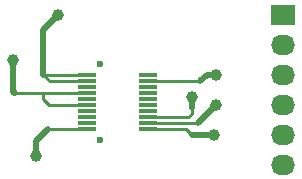
<source format=gbr>
G04 #@! TF.FileFunction,Copper,L1,Top,Signal*
%FSLAX46Y46*%
G04 Gerber Fmt 4.6, Leading zero omitted, Abs format (unit mm)*
G04 Created by KiCad (PCBNEW 4.0.4-stable) date *
%MOMM*%
%LPD*%
G01*
G04 APERTURE LIST*
%ADD10C,0.100000*%
%ADD11R,1.600000X0.300000*%
%ADD12C,0.600000*%
%ADD13R,2.032000X1.727200*%
%ADD14O,2.032000X1.727200*%
%ADD15C,1.000000*%
%ADD16C,0.500000*%
%ADD17C,0.250000*%
G04 APERTURE END LIST*
D10*
D11*
X160020000Y-104220000D03*
X154820000Y-104220000D03*
X160020000Y-104720000D03*
X154820000Y-104720000D03*
X160020000Y-105220000D03*
X154820000Y-105220000D03*
X160020000Y-105720000D03*
X154820000Y-105720000D03*
X160020000Y-106220000D03*
X154820000Y-106220000D03*
X160020000Y-106720000D03*
X154820000Y-106720000D03*
X160020000Y-107220000D03*
X154820000Y-107220000D03*
X160020000Y-107720000D03*
X154820000Y-107720000D03*
X160020000Y-108220000D03*
X154820000Y-108220000D03*
X160020000Y-108720000D03*
X154820000Y-108720000D03*
D12*
X155920000Y-103270000D03*
X155920000Y-109670000D03*
D13*
X171450000Y-99060000D03*
D14*
X171450000Y-101600000D03*
X171450000Y-104140000D03*
X171450000Y-106680000D03*
X171450000Y-109220000D03*
X171450000Y-111760000D03*
D15*
X152400000Y-99060000D03*
X165735000Y-104140000D03*
X163703000Y-106045000D03*
X148590000Y-102870000D03*
X165735000Y-106680000D03*
X165608000Y-109220000D03*
X150495000Y-110998000D03*
D16*
X151130000Y-101600000D02*
X151130000Y-100330000D01*
D17*
X151130000Y-104140000D02*
X151710000Y-104720000D01*
X151710000Y-104720000D02*
X154820000Y-104720000D01*
X151210000Y-104220000D02*
X154860000Y-104220000D01*
X151130000Y-104140000D02*
X151210000Y-104220000D01*
D16*
X151130000Y-101600000D02*
X151130000Y-104140000D01*
X152400000Y-99060000D02*
X151130000Y-100330000D01*
X165735000Y-104140000D02*
X165027894Y-104140000D01*
X165027894Y-104140000D02*
X164447894Y-104720000D01*
D17*
X164447894Y-104720000D02*
X161070000Y-104720000D01*
X161070000Y-104720000D02*
X160020000Y-104720000D01*
X163703000Y-106934000D02*
X163703000Y-107442000D01*
X163703000Y-107442000D02*
X163425000Y-107720000D01*
X163425000Y-107720000D02*
X161070000Y-107720000D01*
X161070000Y-107720000D02*
X160020000Y-107720000D01*
D16*
X163703000Y-106045000D02*
X163703000Y-106934000D01*
D17*
X151630000Y-106750000D02*
X153800000Y-106750000D01*
X153810000Y-106720000D02*
X154820000Y-106720000D01*
X151140000Y-106220000D02*
X151630000Y-106710000D01*
X151140000Y-105720000D02*
X151140000Y-106220000D01*
X151140000Y-105720000D02*
X151440000Y-105720000D01*
D16*
X148590000Y-105590000D02*
X148720000Y-105720000D01*
D17*
X151440000Y-105720000D02*
X154820000Y-105720000D01*
D16*
X148590000Y-102870000D02*
X148590000Y-105590000D01*
D17*
X148720000Y-105720000D02*
X151140000Y-105720000D01*
X164211000Y-108204000D02*
X161036000Y-108204000D01*
X161036000Y-108204000D02*
X161020000Y-108220000D01*
X161020000Y-108220000D02*
X160020000Y-108220000D01*
D16*
X165735000Y-106680000D02*
X164211000Y-108204000D01*
D17*
X163703000Y-109220000D02*
X163203000Y-108720000D01*
X163203000Y-108720000D02*
X160020000Y-108720000D01*
D16*
X165608000Y-109220000D02*
X163703000Y-109220000D01*
D17*
X151511000Y-108712000D02*
X154812000Y-108712000D01*
D16*
X150495000Y-109728000D02*
X151511000Y-108712000D01*
X150495000Y-110998000D02*
X150495000Y-109728000D01*
D17*
X154812000Y-108712000D02*
X154820000Y-108720000D01*
M02*

</source>
